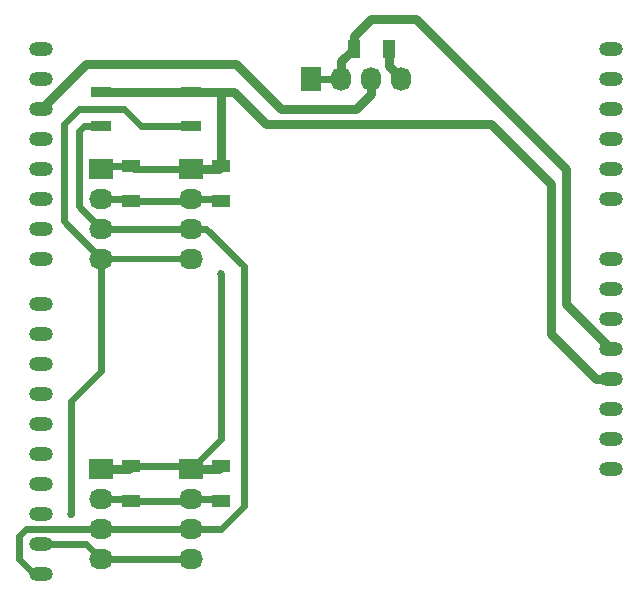
<source format=gtl>
%TF.GenerationSoftware,KiCad,Pcbnew,4.0.2-stable*%
%TF.CreationDate,2016-06-06T20:31:45-04:00*%
%TF.ProjectId,Backpack,4261636B7061636B2E6B696361645F70,rev?*%
%TF.FileFunction,Copper,L1,Top,Signal*%
%FSLAX46Y46*%
G04 Gerber Fmt 4.6, Leading zero omitted, Abs format (unit mm)*
G04 Created by KiCad (PCBNEW 4.0.2-stable) date 6/6/2016 8:31:45 PM*
%MOMM*%
G01*
G04 APERTURE LIST*
%ADD10C,0.127000*%
%ADD11O,2.000000X1.200000*%
%ADD12R,1.600000X1.000000*%
%ADD13R,1.000000X1.600000*%
%ADD14R,1.727200X2.032000*%
%ADD15O,1.727200X2.032000*%
%ADD16R,2.032000X1.727200*%
%ADD17O,2.032000X1.727200*%
%ADD18R,1.700000X0.900000*%
%ADD19C,0.685800*%
%ADD20C,0.600000*%
%ADD21C,0.800000*%
%ADD22C,0.500000*%
G04 APERTURE END LIST*
D10*
D11*
X53340000Y-53340000D03*
X101600000Y-88900000D03*
X101600000Y-86360000D03*
X101600000Y-83820000D03*
X101600000Y-81280000D03*
X101600000Y-78740000D03*
X101600000Y-76200000D03*
X101600000Y-73660000D03*
X101600000Y-71120000D03*
X101600000Y-66040000D03*
X101600000Y-63500000D03*
X101600000Y-60960000D03*
X101600000Y-58420000D03*
X101600000Y-55880000D03*
X101600000Y-53340000D03*
X53340000Y-97790000D03*
X53340000Y-95250000D03*
X53340000Y-92710000D03*
X53340000Y-90170000D03*
X53340000Y-87630000D03*
X53340000Y-85090000D03*
X53340000Y-82550000D03*
X53340000Y-80010000D03*
X53340000Y-77470000D03*
X53340000Y-74930000D03*
X53340000Y-71120000D03*
X53340000Y-68580000D03*
X53340000Y-66040000D03*
X53340000Y-63500000D03*
X53340000Y-60960000D03*
X53340000Y-58420000D03*
X53340000Y-55880000D03*
D12*
X60960000Y-63270000D03*
X60960000Y-66270000D03*
X68580000Y-63270000D03*
X68580000Y-66270000D03*
X68580000Y-88670000D03*
X68580000Y-91670000D03*
X60960000Y-88670000D03*
X60960000Y-91670000D03*
D13*
X79780000Y-53340000D03*
X82780000Y-53340000D03*
D14*
X76200000Y-55880000D03*
D15*
X78740000Y-55880000D03*
X81280000Y-55880000D03*
X83820000Y-55880000D03*
D16*
X58420000Y-63500000D03*
D17*
X58420000Y-66040000D03*
X58420000Y-68580000D03*
X58420000Y-71120000D03*
D16*
X66040000Y-88900000D03*
D17*
X66040000Y-91440000D03*
X66040000Y-93980000D03*
X66040000Y-96520000D03*
D16*
X66040000Y-63500000D03*
D17*
X66040000Y-66040000D03*
X66040000Y-68580000D03*
X66040000Y-71120000D03*
D16*
X58420000Y-88900000D03*
D17*
X58420000Y-91440000D03*
X58420000Y-93980000D03*
X58420000Y-96520000D03*
D18*
X58420000Y-59870000D03*
X58420000Y-56970000D03*
X66040000Y-56970000D03*
X66040000Y-59870000D03*
D19*
X68580000Y-72390000D03*
X55880000Y-92710000D03*
D20*
X68580000Y-86360000D02*
X66040000Y-88900000D01*
X68580000Y-72390000D02*
X68580000Y-86360000D01*
X60960000Y-88670000D02*
X65810000Y-88670000D01*
X65810000Y-88670000D02*
X66040000Y-88900000D01*
X60960000Y-63270000D02*
X58650000Y-63270000D01*
X58650000Y-63270000D02*
X58420000Y-63500000D01*
X66040000Y-63500000D02*
X61190000Y-63500000D01*
X61190000Y-63500000D02*
X60960000Y-63270000D01*
D21*
X68580000Y-63270000D02*
X68580000Y-56970000D01*
X68580000Y-56970000D02*
X68580000Y-57150000D01*
X68580000Y-57150000D02*
X68580000Y-56970000D01*
X66040000Y-88900000D02*
X68350000Y-88900000D01*
X68350000Y-88900000D02*
X68580000Y-88670000D01*
X58420000Y-88900000D02*
X60730000Y-88900000D01*
X60730000Y-88900000D02*
X60960000Y-88670000D01*
X66040000Y-63500000D02*
X68350000Y-63500000D01*
X68350000Y-63500000D02*
X68580000Y-63270000D01*
X66040000Y-56970000D02*
X60960000Y-56970000D01*
X60960000Y-56970000D02*
X58420000Y-56970000D01*
X101600000Y-81280000D02*
X100330000Y-81280000D01*
X69670000Y-56970000D02*
X68580000Y-56970000D01*
X72390000Y-59690000D02*
X69670000Y-56970000D01*
X91440000Y-59690000D02*
X72390000Y-59690000D01*
X96520000Y-64770000D02*
X91440000Y-59690000D01*
X96520000Y-77470000D02*
X96520000Y-64770000D01*
X100330000Y-81280000D02*
X96520000Y-77470000D01*
X68580000Y-56970000D02*
X66040000Y-56970000D01*
D20*
X66040000Y-91440000D02*
X68350000Y-91440000D01*
X68350000Y-91440000D02*
X68580000Y-91670000D01*
X60960000Y-66270000D02*
X65810000Y-66270000D01*
X65810000Y-66270000D02*
X66040000Y-66040000D01*
X66040000Y-66040000D02*
X68350000Y-66040000D01*
X68350000Y-66040000D02*
X68580000Y-66270000D01*
X58420000Y-66040000D02*
X60730000Y-66040000D01*
X60730000Y-66040000D02*
X60960000Y-66270000D01*
X60960000Y-91670000D02*
X65810000Y-91670000D01*
X65810000Y-91670000D02*
X66040000Y-91440000D01*
X58420000Y-91440000D02*
X60730000Y-91440000D01*
X60730000Y-91440000D02*
X60960000Y-91670000D01*
D21*
X82780000Y-53340000D02*
X82780000Y-54840000D01*
X82780000Y-54840000D02*
X83820000Y-55880000D01*
D20*
X76200000Y-55880000D02*
X78740000Y-55880000D01*
D21*
X79780000Y-53340000D02*
X79780000Y-52300000D01*
X97790000Y-74930000D02*
X101600000Y-78740000D01*
X97790000Y-63500000D02*
X97790000Y-74930000D01*
X85090000Y-50800000D02*
X97790000Y-63500000D01*
X81280000Y-50800000D02*
X85090000Y-50800000D01*
X79780000Y-52300000D02*
X81280000Y-50800000D01*
X78740000Y-55880000D02*
X78740000Y-54380000D01*
X78740000Y-54380000D02*
X79780000Y-53340000D01*
X53340000Y-58420000D02*
X55880000Y-55880000D01*
X81280000Y-57150000D02*
X81280000Y-55880000D01*
X80010000Y-58420000D02*
X81280000Y-57150000D01*
X73660000Y-58420000D02*
X80010000Y-58420000D01*
X69850000Y-54610000D02*
X73660000Y-58420000D01*
X57150000Y-54610000D02*
X69850000Y-54610000D01*
X55880000Y-55880000D02*
X57150000Y-54610000D01*
D20*
X58420000Y-93980000D02*
X66040000Y-93980000D01*
X53340000Y-97790000D02*
X52705000Y-97790000D01*
X52705000Y-97790000D02*
X51435000Y-96520000D01*
X51435000Y-96520000D02*
X51435000Y-94615000D01*
X51435000Y-94615000D02*
X52070000Y-93980000D01*
X52070000Y-93980000D02*
X58420000Y-93980000D01*
X66040000Y-68580000D02*
X67310000Y-68580000D01*
X67310000Y-68580000D02*
X70485000Y-71755000D01*
X70485000Y-71755000D02*
X70485000Y-92075000D01*
X70485000Y-92075000D02*
X68580000Y-93980000D01*
X68580000Y-93980000D02*
X66040000Y-93980000D01*
X58420000Y-68580000D02*
X66040000Y-68580000D01*
X58420000Y-59870000D02*
X56970000Y-59870000D01*
X56515000Y-66675000D02*
X58420000Y-68580000D01*
X56515000Y-60325000D02*
X56515000Y-66675000D01*
X56970000Y-59870000D02*
X56515000Y-60325000D01*
X58420000Y-80645000D02*
X58420000Y-71120000D01*
X55880000Y-83185000D02*
X58420000Y-80645000D01*
X55880000Y-92710000D02*
X55880000Y-83185000D01*
X58420000Y-96520000D02*
X66040000Y-96520000D01*
X53340000Y-95250000D02*
X57150000Y-95250000D01*
X57150000Y-95250000D02*
X58420000Y-96520000D01*
X66040000Y-59870000D02*
X61775000Y-59870000D01*
X61775000Y-59870000D02*
X60325000Y-58420000D01*
X60325000Y-58420000D02*
X56515000Y-58420000D01*
X56515000Y-58420000D02*
X55245000Y-59690000D01*
X55245000Y-59690000D02*
X55245000Y-67945000D01*
X55245000Y-67945000D02*
X58420000Y-71120000D01*
D22*
X58420000Y-71120000D02*
X66040000Y-71120000D01*
M02*

</source>
